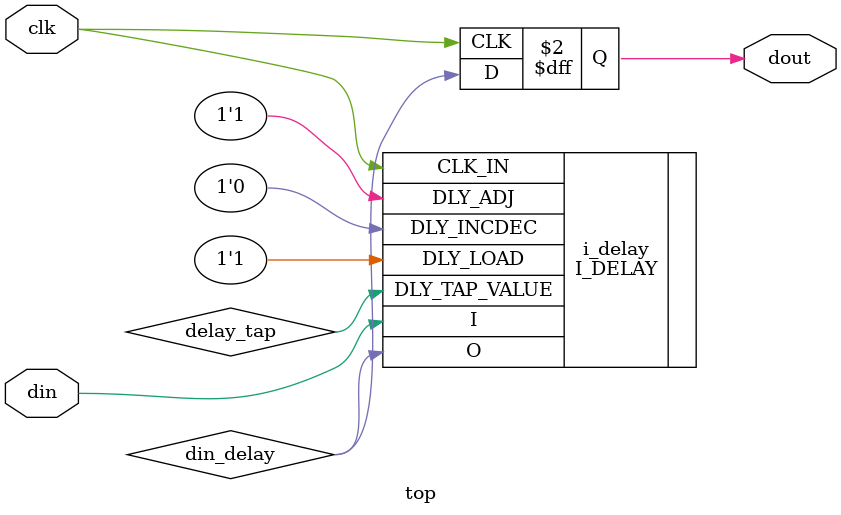
<source format=v>

/*
  Primitive Description:

          |-------------------------------------------------------------------------------|
          |                                                                               |
          |   |-------|     |---------|     |----------------------------|                |
    din --|-->| I_BUF | --> | I_DELAY | --> |                            |                |
          |   |-------|     |---------|     |                            |                |
          |                      A          |                            |                |
          |                      |          |           Fabric           |                |
          |                      -------|   |                            |                |
          |                             |   |                            |                |
          |   |-------|     |---------| |   |                            |                |
    clk --|-->| I_BUF | --> | CLK_BUF | --> |                            |                |
          |   |-------|     |---------|     |                            |                |
          |                                 |                            |                |
          |                                 |                            |                |
          |                                 |                            |     |-------|  |
          |                                 |                            | --> | O_BUF |--|--> dou
          |                                 |----------------------------|     |-------|  |
          |                                                                               |
          |-------------------------------------------------------------------------------|
*/

module top (
  input wire din,
  input wire clk,
  output reg dout
);
  wire din_delay;
  // Input Delay
  I_DELAY i_delay(
    .I(din),
    .DLY_LOAD(1'b1),
    .DLY_ADJ(1'b1),
    .DLY_INCDEC(1'b0),
    .DLY_TAP_VALUE(delay_tap),
    .CLK_IN(clk),
    .O(din_delay)
  );
    defparam i_delay.DELAY = 50;
  
  always @ (posedge clk) begin
    dout <= din_delay;
  end
endmodule

</source>
